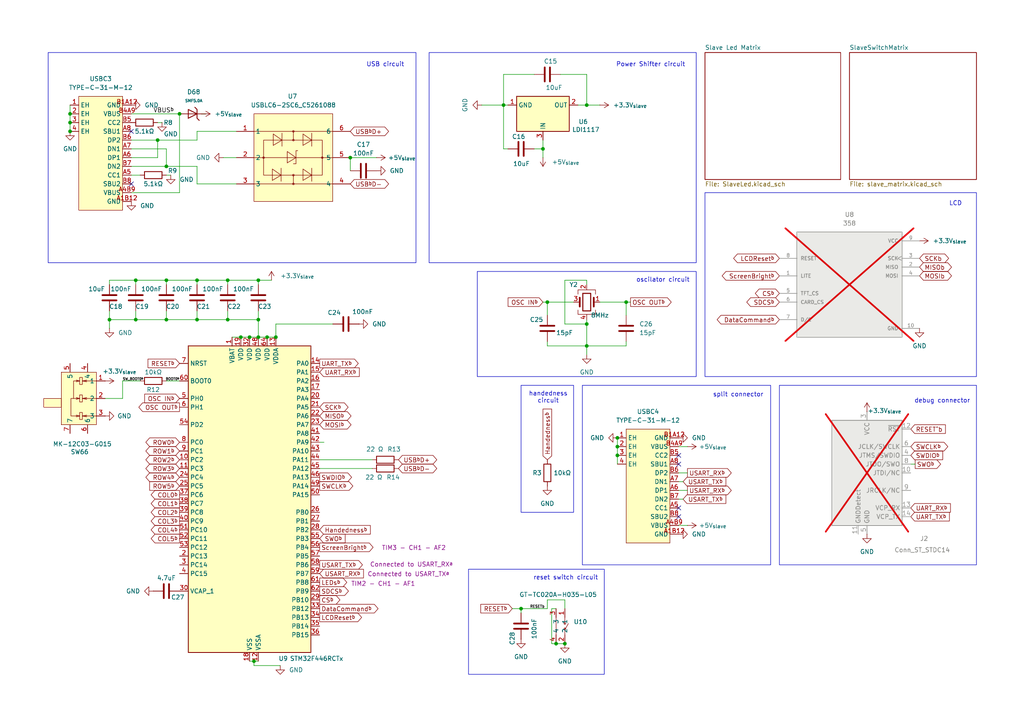
<source format=kicad_sch>
(kicad_sch (version 20250114) (generator "eeschema") (generator_version "9.0")
  (paper "A4")
  (lib_symbols
    (symbol "Connector:Conn_ST_STDC14"
      (property "Reference" "J" (at -8.89 16.51 0))
      (property "Value" "Conn_ST_STDC14" (at 17.78 16.51 0))
      (symbol "Conn_ST_STDC14_1_1"
        (pin no_connect line (at -10.16 5.08 0) (length 2.54) (hide yes) (name "NC") (number "1"))
        (pin no_connect line (at -10.16 2.54 0) (length 2.54) (hide yes) (name "NC") (number "2"))
        (pin passive line (at -2.54 -17.78 90) (length 2.54) (name "GNDDetect") (number "11"))
        (pin power_in line (at 0 17.78 270) (length 2.54) (name "VCC") (number "3"))
        (pin power_in line (at 0 -17.78 90) (length 2.54) (name "GND") (number "5"))
        (pin passive line (at 0 -17.78 90) (length 2.54) (hide yes) (name "GND") (number "7"))
        (pin open_collector line (at 12.7 12.7 180) (length 2.54) (name "~{RST}") (number "12"))
        (pin output line (at 12.7 7.62 180) (length 2.54) (name "JCLK/SWCLK") (number "6"))
        (pin bidirectional line (at 12.7 5.08 180) (length 2.54) (name "JTMS/SWDIO") (number "4"))
        (pin input line (at 12.7 2.54 180) (length 2.54) (name "JTDO/SWO") (number "8"))
        (pin output line (at 12.7 0 180) (length 2.54) (name "JTDI/NC") (number "10"))
        (pin input line (at 12.7 -5.08 180) (length 2.54) (name "JRCLK/NC") (number "9"))
        (pin output line (at 12.7 -10.16 180) (length 2.54) (name "VCP_RX") (number "13"))
        (pin input line (at 12.7 -12.7 180) (length 2.54) (name "VCP_TX") (number "14"))
      )
    )
    (symbol "Device:C" (pin_numbers (hide yes)) (pin_names (offset 0.254))
      (property "Reference" "C" (at 0.635 2.54 0))
      (property "Value" "C" (at 0.635 -2.54 0))
      (symbol "C_1_1"
        (pin passive line (at 0 3.81 270) (length 2.794) (name "~") (number "1"))
        (pin passive line (at 0 -3.81 90) (length 2.794) (name "~") (number "2"))
      )
    )
    (symbol "Device:Crystal_GND24" (pin_names (offset 1.016) (hide yes))
      (property "Reference" "Y" (at 3.175 5.08 0))
      (property "Value" "Crystal_GND24" (at 3.175 3.175 0))
      (symbol "Crystal_GND24_1_1"
        (pin passive line (at -3.81 0 0) (length 1.27) (name "1") (number "1"))
        (pin passive line (at 0 5.08 270) (length 1.27) (name "2") (number "2"))
        (pin passive line (at 0 -5.08 90) (length 1.27) (name "4") (number "4"))
        (pin passive line (at 3.81 0 180) (length 1.27) (name "3") (number "3"))
      )
    )
    (symbol "Device:R" (pin_numbers (hide yes)) (pin_names (offset 0))
      (property "Reference" "R" (at 2.032 0 90))
      (property "Value" "R" (at 0 0 90))
      (symbol "R_1_1"
        (pin passive line (at 0 3.81 270) (length 1.27) (name "~") (number "1"))
        (pin passive line (at 0 -3.81 90) (length 1.27) (name "~") (number "2"))
      )
    )
    (symbol "MCU_ST_STM32F4:STM32F446RCTx"
      (property "Reference" "U" (at -17.78 46.99 0))
      (property "Value" "STM32F446RCTx" (at 10.16 46.99 0))
      (symbol "STM32F446RCTx_1_1"
        (pin input line (at -20.32 40.64 0) (length 2.54) (name "NRST") (number "7"))
        (pin input line (at -20.32 35.56 0) (length 2.54) (name "BOOT0") (number "60"))
        (pin bidirectional line (at -20.32 30.48 0) (length 2.54) (name "PH0") (number "5"))
        (pin bidirectional line (at -20.32 27.94 0) (length 2.54) (name "PH1") (number "6"))
        (pin bidirectional line (at -20.32 22.86 0) (length 2.54) (name "PD2") (number "54"))
        (pin bidirectional line (at -20.32 17.78 0) (length 2.54) (name "PC0") (number "8"))
        (pin bidirectional line (at -20.32 15.24 0) (length 2.54) (name "PC1") (number "9"))
        (pin bidirectional line (at -20.32 12.7 0) (length 2.54) (name "PC2") (number "10"))
        (pin bidirectional line (at -20.32 10.16 0) (length 2.54) (name "PC3") (number "11"))
        (pin bidirectional line (at -20.32 7.62 0) (length 2.54) (name "PC4") (number "24"))
        (pin bidirectional line (at -20.32 5.08 0) (length 2.54) (name "PC5") (number "25"))
        (pin bidirectional line (at -20.32 2.54 0) (length 2.54) (name "PC6") (number "37"))
        (pin bidirectional line (at -20.32 0 0) (length 2.54) (name "PC7") (number "38"))
        (pin bidirectional line (at -20.32 -2.54 0) (length 2.54) (name "PC8") (number "39"))
        (pin bidirectional line (at -20.32 -5.08 0) (length 2.54) (name "PC9") (number "40"))
        (pin bidirectional line (at -20.32 -7.62 0) (length 2.54) (name "PC10") (number "51"))
        (pin bidirectional line (at -20.32 -10.16 0) (length 2.54) (name "PC11") (number "52"))
        (pin bidirectional line (at -20.32 -12.7 0) (length 2.54) (name "PC12") (number "53"))
        (pin bidirectional line (at -20.32 -15.24 0) (length 2.54) (name "PC13") (number "2"))
        (pin bidirectional line (at -20.32 -17.78 0) (length 2.54) (name "PC14") (number "3"))
        (pin bidirectional line (at -20.32 -20.32 0) (length 2.54) (name "PC15") (number "4"))
        (pin power_out line (at -20.32 -25.4 0) (length 2.54) (name "VCAP_1") (number "30"))
        (pin power_in line (at -5.08 48.26 270) (length 2.54) (name "VBAT") (number "1"))
        (pin power_in line (at -2.54 48.26 270) (length 2.54) (name "VDD") (number "19"))
        (pin power_in line (at 0 48.26 270) (length 2.54) (name "VDD") (number "32"))
        (pin power_in line (at 0 -45.72 90) (length 2.54) (name "VSS") (number "18"))
        (pin passive line (at 0 -45.72 90) (length 2.54) (hide yes) (name "VSS") (number "31"))
        (pin passive line (at 0 -45.72 90) (length 2.54) (hide yes) (name "VSS") (number "47"))
        (pin passive line (at 0 -45.72 90) (length 2.54) (hide yes) (name "VSS") (number "63"))
        (pin power_in line (at 2.54 48.26 270) (length 2.54) (name "VDD") (number "48"))
        (pin power_in line (at 2.54 -45.72 90) (length 2.54) (name "VSSA") (number "12"))
        (pin power_in line (at 5.08 48.26 270) (length 2.54) (name "VDD") (number "64"))
        (pin power_in line (at 7.62 48.26 270) (length 2.54) (name "VDDA") (number "13"))
        (pin bidirectional line (at 20.32 40.64 180) (length 2.54) (name "PA0") (number "14"))
        (pin bidirectional line (at 20.32 38.1 180) (length 2.54) (name "PA1") (number "15"))
        (pin bidirectional line (at 20.32 35.56 180) (length 2.54) (name "PA2") (number "16"))
        (pin bidirectional line (at 20.32 33.02 180) (length 2.54) (name "PA3") (number "17"))
        (pin bidirectional line (at 20.32 30.48 180) (length 2.54) (name "PA4") (number "20"))
        (pin bidirectional line (at 20.32 27.94 180) (length 2.54) (name "PA5") (number "21"))
        (pin bidirectional line (at 20.32 25.4 180) (length 2.54) (name "PA6") (number "22"))
        (pin bidirectional line (at 20.32 22.86 180) (length 2.54) (name "PA7") (number "23"))
        (pin bidirectional line (at 20.32 20.32 180) (length 2.54) (name "PA8") (number "41"))
        (pin bidirectional line (at 20.32 17.78 180) (length 2.54) (name "PA9") (number "42"))
        (pin bidirectional line (at 20.32 15.24 180) (length 2.54) (name "PA10") (number "43"))
        (pin bidirectional line (at 20.32 12.7 180) (length 2.54) (name "PA11") (number "44"))
        (pin bidirectional line (at 20.32 10.16 180) (length 2.54) (name "PA12") (number "45"))
        (pin bidirectional line (at 20.32 7.62 180) (length 2.54) (name "PA13") (number "46"))
        (pin bidirectional line (at 20.32 5.08 180) (length 2.54) (name "PA14") (number "49"))
        (pin bidirectional line (at 20.32 2.54 180) (length 2.54) (name "PA15") (number "50"))
        (pin bidirectional line (at 20.32 -2.54 180) (length 2.54) (name "PB0") (number "26"))
        (pin bidirectional line (at 20.32 -5.08 180) (length 2.54) (name "PB1") (number "27"))
        (pin bidirectional line (at 20.32 -7.62 180) (length 2.54) (name "PB2") (number "28"))
        (pin bidirectional line (at 20.32 -10.16 180) (length 2.54) (name "PB3") (number "55"))
        (pin bidirectional line (at 20.32 -12.7 180) (length 2.54) (name "PB4") (number "56"))
        (pin bidirectional line (at 20.32 -15.24 180) (length 2.54) (name "PB5") (number "57"))
        (pin bidirectional line (at 20.32 -17.78 180) (length 2.54) (name "PB6") (number "58"))
        (pin bidirectional line (at 20.32 -20.32 180) (length 2.54) (name "PB7") (number "59"))
        (pin bidirectional line (at 20.32 -22.86 180) (length 2.54) (name "PB8") (number "61"))
        (pin bidirectional line (at 20.32 -25.4 180) (length 2.54) (name "PB9") (number "62"))
        (pin bidirectional line (at 20.32 -27.94 180) (length 2.54) (name "PB10") (number "29"))
        (pin bidirectional line (at 20.32 -30.48 180) (length 2.54) (name "PB12") (number "33"))
        (pin bidirectional line (at 20.32 -33.02 180) (length 2.54) (name "PB13") (number "34"))
        (pin bidirectional line (at 20.32 -35.56 180) (length 2.54) (name "PB14") (number "35"))
        (pin bidirectional line (at 20.32 -38.1 180) (length 2.54) (name "PB15") (number "36"))
      )
    )
    (symbol "PCM_JLCPCB-Diodes:TVS-Uni,SMF5.0A" (pin_numbers (hide yes)) (pin_names (offset 0))
      (property "Reference" "D" (at 2.032 0.834 0))
      (property "Value" "SMF5.0A" (at 2.032 -1.2122 0))
      (symbol "TVS-Uni,SMF5.0A_1_1"
        (pin passive line (at 0 3.81 270) (length 3.81) (name "~") (number "2"))
        (pin passive line (at 0 -3.81 90) (length 3.81) (name "~") (number "1"))
      )
    )
    (symbol "Regulator_Linear:LT1963AxST-3.3"
      (property "Reference" "U2" (at 23.876 -7.62 0))
      (property "Value" "LDI1117" (at 14.478 -9.906 0))
      (symbol "LT1963AxST-3.3_1_1"
        (pin power_in line (at -10.16 2.54 0) (length 2.54) (name "GND") (number "1"))
        (pin power_in line (at 0 -7.62 90) (length 2.54) (name "IN") (number "3"))
        (pin power_out line (at 10.16 2.54 180) (length 2.54) (name "OUT") (number "2"))
      )
    )
    (symbol "easyeda2kicad:GT-TC020A-H035-L05"
      (property "Reference" "U" (at 0 5.08 0))
      (property "Value" "GT-TC020A-H035-L05" (at 0 -7.62 0))
      (symbol "GT-TC020A-H035-L05_0_1"
        (pin unspecified line (at -5.08 0 0) (length 2.54) (name "1") (number "1"))
        (pin unspecified line (at -5.08 -2.54 0) (length 2.54) (name "3") (number "3"))
        (pin unspecified line (at 5.08 0 180) (length 2.54) (name "2") (number "2"))
        (pin unspecified line (at 5.08 -2.54 180) (length 2.54) (name "4") (number "4"))
      )
    )
    (symbol "easyeda2kicad:MK-12C03-G015"
      (property "Reference" "SW" (at 0 12.7 0))
      (property "Value" "MK-12C03-G015" (at 0 -7.62 0))
      (symbol "MK-12C03-G015_0_1"
        (pin unspecified line (at -10.16 2.54 0) (length 2.54) (name "4") (number "4"))
        (pin unspecified line (at -10.16 -2.54 0) (length 2.54) (name "5") (number "5"))
        (pin unspecified line (at -5.08 7.62 270) (length 2.54) (name "1") (number "1"))
        (pin unspecified line (at 0 7.62 270) (length 2.54) (name "2") (number "2"))
        (pin unspecified line (at 5.08 7.62 270) (length 2.54) (name "3") (number "3"))
        (pin unspecified line (at 10.16 2.54 180) (length 2.54) (name "6") (number "6"))
        (pin unspecified line (at 10.16 -2.54 180) (length 2.54) (name "7") (number "7"))
      )
    )
    (symbol "easyeda2kicad:TYPE-C-31-M-12"
      (property "Reference" "USBC" (at 0 19.05 0))
      (property "Value" "TYPE-C-31-M-12" (at 0 -19.05 0))
      (symbol "TYPE-C-31-M-12_0_1"
        (pin unspecified line (at -8.89 13.97 0) (length 2.54) (name "GND") (number "A1B12"))
        (pin unspecified line (at -8.89 11.43 0) (length 2.54) (name "VBUS") (number "A4B9"))
        (pin unspecified line (at -8.89 8.89 0) (length 2.54) (name "SBU2") (number "B8"))
        (pin unspecified line (at -8.89 6.35 0) (length 2.54) (name "CC1") (number "A5"))
        (pin unspecified line (at -8.89 3.81 0) (length 2.54) (name "DN2") (number "B7"))
        (pin unspecified line (at -8.89 1.27 0) (length 2.54) (name "DP1") (number "A6"))
        (pin unspecified line (at -8.89 -1.27 0) (length 2.54) (name "DN1") (number "A7"))
        (pin unspecified line (at -8.89 -3.81 0) (length 2.54) (name "DP2") (number "B6"))
        (pin unspecified line (at -8.89 -6.35 0) (length 2.54) (name "SBU1") (number "A8"))
        (pin unspecified line (at -8.89 -8.89 0) (length 2.54) (name "CC2") (number "B5"))
        (pin unspecified line (at -8.89 -11.43 0) (length 2.54) (name "VBUS") (number "B4A9"))
        (pin unspecified line (at -8.89 -13.97 0) (length 2.54) (name "GND") (number "B1A12"))
        (pin unspecified line (at 8.89 -6.35 180) (length 2.54) (name "EH") (number "4"))
        (pin unspecified line (at 8.89 -8.89 180) (length 2.54) (name "EH") (number "3"))
        (pin unspecified line (at 8.89 -11.43 180) (length 2.54) (name "EH") (number "2"))
        (pin unspecified line (at 8.89 -13.97 180) (length 2.54) (name "EH") (number "1"))
      )
    )
    (symbol "easyeda2kicad:USBLC6-2SC6_C5261088"
      (property "Reference" "U" (at 0 12.7 0))
      (property "Value" "USBLC6-2SC6_C5261088" (at 0 -12.7 0))
      (symbol "USBLC6-2SC6_C5261088_0_1"
        (pin input line (at -16.51 7.62 0) (length 5.08) (name "1") (number "1"))
        (pin input line (at -16.51 0 0) (length 5.08) (name "2") (number "2"))
        (pin input line (at -16.51 -7.62 0) (length 5.08) (name "3") (number "3"))
        (pin input line (at 16.51 7.62 180) (length 5.08) (name "6") (number "6"))
        (pin input line (at 16.51 0 180) (length 5.08) (name "5") (number "5"))
        (pin input line (at 16.51 -7.62 180) (length 5.08) (name "4") (number "4"))
      )
    )
    (symbol "led:358" (pin_names (offset 1.016))
      (property "Reference" "U" (at -15.24 16.002 0))
      (property "Value" "358" (at -15.24 -17.78 0))
      (symbol "358_0_0"
        (pin input line (at -20.32 7.62 0) (length 5.08) (name "RESET") (number "8"))
        (pin input line (at -20.32 2.54 0) (length 5.08) (name "LITE") (number "1"))
        (pin input line (at -20.32 -2.54 0) (length 5.08) (name "TFT_CS") (number "5"))
        (pin input line (at -20.32 -5.08 0) (length 5.08) (name "CARD_CS") (number "6"))
        (pin input line (at -20.32 -10.16 0) (length 5.08) (name "D/C") (number "7"))
        (pin power_in line (at 20.32 12.7 180) (length 5.08) (name "VCC") (number "9"))
        (pin input clock (at 20.32 7.62 180) (length 5.08) (name "SCK") (number "3"))
        (pin output line (at 20.32 5.08 180) (length 5.08) (name "MISO") (number "2"))
        (pin input line (at 20.32 2.54 180) (length 5.08) (name "MOSI") (number "4"))
        (pin power_in line (at 20.32 -12.7 180) (length 5.08) (name "GND") (number "10"))
      )
    )
    (symbol "power:+3.3V" (power) (pin_numbers (hide yes)) (pin_names (offset 0) (hide yes))
      (property "Value" "+3.3V" (at 0 3.556 0))
      (symbol "+3.3V_1_1"
        (pin power_in line (at 0 0 90) (length 0) (name "~") (number "1"))
      )
    )
    (symbol "power:+5V" (power) (pin_numbers (hide yes)) (pin_names (offset 0) (hide yes))
      (property "Value" "+5V" (at 0 3.556 0))
      (symbol "+5V_1_1"
        (pin power_in line (at 0 0 90) (length 0) (name "~") (number "1"))
      )
    )
    (symbol "power:GND" (power) (pin_numbers (hide yes)) (pin_names (offset 0) (hide yes))
      (property "Value" "GND" (at 0 -3.81 0))
      (symbol "GND_1_1"
        (pin power_in line (at 0 0 270) (length 0) (name "~") (number "1"))
      )
    )
  )
  (rectangle (start 204.47 55.88) (end 283.21 109.22))
  (rectangle (start 124.46 15.24) (end 201.93 76.2))
  (rectangle (start 168.91 111.76) (end 223.52 163.83))
  (rectangle (start 151.13 111.76) (end 166.37 148.59))
  (rectangle (start 138.43 78.74) (end 201.93 109.22))
  (rectangle (start 226.06 111.76) (end 283.21 163.83))
  (rectangle (start 135.89 165.1) (end 175.26 195.58))
  (rectangle (start 13.97 15.24) (end 120.65 76.2))
  (text "reset switch circuit" (at 164.084 167.64 0) (effects (font (size 1.27 1.27))))
  (text "split connector" (at 214.122 114.554 0) (effects (font (size 1.27 1.27))))
  (text "debug connector" (at 273.304 116.332 0) (effects (font (size 1.27 1.27))))
  (text "Power Shifter circuit" (at 188.722 18.796 0) (effects (font (size 1.27 1.27))))
  (text "handedness\ncircuit" (at 159.004 115.316 0) (effects (font (size 1.27 1.27))))
  (text "oscilator circuit" (at 192.278 81.28 0) (effects (font (size 1.27 1.27))))
  (text "USB circuit\n" (at 111.76 18.796 0) (effects (font (size 1.27 1.27))))
  (text_box "LCD" (at 274.32 57.15 0) (size 6.35 3.81) (margins 0.9525 0.9525 0.9525 0.9525) (stroke (width -0.0001)) (effects (font (size 1.27 1.27)) (justify left top)))
  (junction (at 161.29 186.69))
  (junction (at 179.07 132.08))
  (junction (at 52.07 33.02))
  (junction (at 48.26 81.28))
  (junction (at 66.04 92.71))
  (junction (at 57.15 81.28))
  (junction (at 101.6 45.72))
  (junction (at 57.15 92.71))
  (junction (at 20.32 38.1))
  (junction (at 20.32 35.56))
  (junction (at 69.85 97.79))
  (junction (at 157.48 43.18))
  (junction (at 170.18 100.33))
  (junction (at 80.01 97.79))
  (junction (at 72.39 97.79))
  (junction (at 48.26 48.26))
  (junction (at 74.93 92.71))
  (junction (at 74.93 97.79))
  (junction (at 170.18 93.98))
  (junction (at 179.07 129.54))
  (junction (at 77.47 97.79))
  (junction (at 39.37 81.28))
  (junction (at 146.05 30.48))
  (junction (at 66.04 81.28))
  (junction (at 31.75 92.71))
  (junction (at 163.83 186.69))
  (junction (at 181.61 87.63))
  (junction (at 158.75 87.63))
  (junction (at 45.72 40.64))
  (junction (at 48.26 92.71))
  (junction (at 73.66 191.77))
  (junction (at 20.32 33.02))
  (junction (at 74.93 81.28))
  (junction (at 39.37 92.71))
  (junction (at 151.13 176.53))
  (junction (at 170.18 30.48))
  (junction (at 179.07 127))
  (no_connect (at 38.1 53.34))
  (no_connect (at 196.85 149.86))
  (no_connect (at 38.1 38.1))
  (no_connect (at 196.85 134.62))
  (no_connect (at 196.85 132.08))
  (no_connect (at 196.85 147.32))
  (wire (pts (xy 31.75 92.71) (xy 31.75 90.17)))
  (wire (pts (xy 93.98 128.27) (xy 92.71 128.27)))
  (wire (pts (xy 38.1 55.88) (xy 52.07 55.88)))
  (wire (pts (xy 35.56 110.49) (xy 35.56 115.57)))
  (wire (pts (xy 31.75 82.55) (xy 31.75 81.28)))
  (wire (pts (xy 35.56 110.49) (xy 40.64 110.49)))
  (wire (pts (xy 148.59 176.53) (xy 151.13 176.53)))
  (wire (pts (xy 74.93 81.28) (xy 78.74 81.28)))
  (wire (pts (xy 101.6 45.72) (xy 109.22 45.72)))
  (wire (pts (xy 157.48 45.72) (xy 157.48 43.18)))
  (wire (pts (xy 57.15 38.1) (xy 68.58 38.1)))
  (wire (pts (xy 20.32 30.48) (xy 20.32 33.02)))
  (wire (pts (xy 146.05 43.18) (xy 147.32 43.18)))
  (wire (pts (xy 68.58 45.72) (xy 64.77 45.72)))
  (wire (pts (xy 163.83 93.98) (xy 170.18 93.98)))
  (wire (pts (xy 38.1 48.26) (xy 48.26 48.26)))
  (wire (pts (xy 31.75 92.71) (xy 31.75 95.25)))
  (wire (pts (xy 45.72 40.64) (xy 57.15 40.64)))
  (wire (pts (xy 167.64 30.48) (xy 170.18 30.48)))
  (wire (pts (xy 179.07 129.54) (xy 179.07 132.08)))
  (wire (pts (xy 73.66 193.04) (xy 81.28 193.04)))
  (wire (pts (xy 151.13 176.53) (xy 158.75 176.53)))
  (wire (pts (xy 158.75 100.33) (xy 158.75 99.06)))
  (wire (pts (xy 38.1 45.72) (xy 45.72 45.72)))
  (wire (pts (xy 57.15 82.55) (xy 57.15 81.28)))
  (wire (pts (xy 67.31 97.79) (xy 69.85 97.79)))
  (wire (pts (xy 265.43 134.62) (xy 264.16 134.62)))
  (wire (pts (xy 69.85 97.79) (xy 72.39 97.79)))
  (wire (pts (xy 39.37 81.28) (xy 31.75 81.28)))
  (wire (pts (xy 107.95 133.35) (xy 92.71 133.35)))
  (wire (pts (xy 170.18 100.33) (xy 181.61 100.33)))
  (wire (pts (xy 73.66 191.77) (xy 73.66 193.04)))
  (wire (pts (xy 170.18 102.87) (xy 170.18 100.33)))
  (wire (pts (xy 198.12 139.7) (xy 196.85 139.7)))
  (wire (pts (xy 161.29 176.53) (xy 160.02 176.53)))
  (wire (pts (xy 146.05 21.59) (xy 146.05 30.48)))
  (wire (pts (xy 57.15 90.17) (xy 57.15 92.71)))
  (wire (pts (xy 52.07 110.49) (xy 48.26 110.49)))
  (wire (pts (xy 20.32 33.02) (xy 20.32 35.56)))
  (wire (pts (xy 154.94 21.59) (xy 146.05 21.59)))
  (wire (pts (xy 160.02 186.69) (xy 161.29 186.69)))
  (wire (pts (xy 45.72 40.64) (xy 38.1 40.64)))
  (wire (pts (xy 158.75 87.63) (xy 158.75 91.44)))
  (wire (pts (xy 157.48 43.18) (xy 157.48 40.64)))
  (wire (pts (xy 170.18 30.48) (xy 170.18 21.59)))
  (wire (pts (xy 48.26 48.26) (xy 57.15 48.26)))
  (wire (pts (xy 170.18 81.28) (xy 170.18 82.55)))
  (wire (pts (xy 199.39 129.54) (xy 196.85 129.54)))
  (wire (pts (xy 74.93 90.17) (xy 74.93 92.71)))
  (wire (pts (xy 199.39 142.24) (xy 196.85 142.24)))
  (wire (pts (xy 170.18 21.59) (xy 162.56 21.59)))
  (wire (pts (xy 80.01 93.98) (xy 96.52 93.98)))
  (wire (pts (xy 66.04 90.17) (xy 66.04 92.71)))
  (wire (pts (xy 74.93 81.28) (xy 74.93 82.55)))
  (wire (pts (xy 38.1 33.02) (xy 52.07 33.02)))
  (wire (pts (xy 182.88 87.63) (xy 181.61 87.63)))
  (wire (pts (xy 20.32 35.56) (xy 20.32 38.1)))
  (wire (pts (xy 170.18 93.98) (xy 170.18 100.33)))
  (wire (pts (xy 48.26 50.8) (xy 49.53 50.8)))
  (wire (pts (xy 163.83 173.99) (xy 163.83 176.53)))
  (wire (pts (xy 179.07 127) (xy 179.07 129.54)))
  (wire (pts (xy 199.39 137.16) (xy 196.85 137.16)))
  (wire (pts (xy 173.99 87.63) (xy 181.61 87.63)))
  (wire (pts (xy 48.26 90.17) (xy 48.26 92.71)))
  (wire (pts (xy 66.04 81.28) (xy 57.15 81.28)))
  (wire (pts (xy 199.39 152.4) (xy 196.85 152.4)))
  (wire (pts (xy 57.15 92.71) (xy 66.04 92.71)))
  (wire (pts (xy 158.75 87.63) (xy 166.37 87.63)))
  (wire (pts (xy 198.12 144.78) (xy 196.85 144.78)))
  (wire (pts (xy 48.26 81.28) (xy 39.37 81.28)))
  (wire (pts (xy 170.18 93.98) (xy 170.18 92.71)))
  (wire (pts (xy 74.93 97.79) (xy 77.47 97.79)))
  (wire (pts (xy 38.1 50.8) (xy 40.64 50.8)))
  (wire (pts (xy 57.15 40.64) (xy 57.15 38.1)))
  (wire (pts (xy 80.01 97.79) (xy 80.01 93.98)))
  (wire (pts (xy 66.04 92.71) (xy 74.93 92.71)))
  (wire (pts (xy 57.15 48.26) (xy 57.15 53.34)))
  (wire (pts (xy 73.66 191.77) (xy 74.93 191.77)))
  (wire (pts (xy 39.37 92.71) (xy 39.37 90.17)))
  (wire (pts (xy 59.69 33.02) (xy 58.42 33.02)))
  (wire (pts (xy 181.61 87.63) (xy 181.61 91.44)))
  (wire (pts (xy 48.26 43.18) (xy 48.26 48.26)))
  (wire (pts (xy 45.72 35.56) (xy 46.99 35.56)))
  (wire (pts (xy 146.05 30.48) (xy 147.32 30.48)))
  (wire (pts (xy 179.07 132.08) (xy 179.07 134.62)))
  (wire (pts (xy 157.48 87.63) (xy 158.75 87.63)))
  (wire (pts (xy 77.47 97.79) (xy 80.01 97.79)))
  (wire (pts (xy 161.29 186.69) (xy 163.83 186.69)))
  (wire (pts (xy 31.75 92.71) (xy 39.37 92.71)))
  (wire (pts (xy 39.37 92.71) (xy 48.26 92.71)))
  (wire (pts (xy 151.13 177.8) (xy 151.13 176.53)))
  (wire (pts (xy 158.75 176.53) (xy 158.75 173.99)))
  (wire (pts (xy 163.83 81.28) (xy 170.18 81.28)))
  (wire (pts (xy 73.66 191.77) (xy 72.39 191.77)))
  (wire (pts (xy 158.75 173.99) (xy 163.83 173.99)))
  (wire (pts (xy 139.7 30.48) (xy 146.05 30.48)))
  (wire (pts (xy 146.05 30.48) (xy 146.05 43.18)))
  (wire (pts (xy 30.48 115.57) (xy 35.56 115.57)))
  (wire (pts (xy 52.07 55.88) (xy 52.07 33.02)))
  (wire (pts (xy 48.26 82.55) (xy 48.26 81.28)))
  (wire (pts (xy 163.83 81.28) (xy 163.83 93.98)))
  (wire (pts (xy 181.61 100.33) (xy 181.61 99.06)))
  (wire (pts (xy 72.39 97.79) (xy 74.93 97.79)))
  (wire (pts (xy 39.37 82.55) (xy 39.37 81.28)))
  (wire (pts (xy 154.94 43.18) (xy 157.48 43.18)))
  (wire (pts (xy 48.26 43.18) (xy 38.1 43.18)))
  (wire (pts (xy 160.02 176.53) (xy 160.02 186.69)))
  (wire (pts (xy 74.93 92.71) (xy 74.93 97.79)))
  (wire (pts (xy 66.04 81.28) (xy 74.93 81.28)))
  (wire (pts (xy 57.15 53.34) (xy 68.58 53.34)))
  (wire (pts (xy 66.04 82.55) (xy 66.04 81.28)))
  (wire (pts (xy 57.15 81.28) (xy 48.26 81.28)))
  (wire (pts (xy 170.18 30.48) (xy 173.99 30.48)))
  (wire (pts (xy 48.26 92.71) (xy 57.15 92.71)))
  (wire (pts (xy 158.75 100.33) (xy 170.18 100.33)))
  (wire (pts (xy 92.71 135.89) (xy 107.95 135.89)))
  (wire (pts (xy 101.6 49.53) (xy 101.6 45.72)))
  (wire (pts (xy 45.72 45.72) (xy 45.72 40.64)))
  (label "VBUS^{b}" (at 44.45 33.02 0))
  (label "RESETb" (at 153.67 176.53 0) (effects (font (size 0.762 0.762))))
  (label "BOOT0^{b}" (at 52.07 110.49 180) (effects (font (size 0.7 0.7))))
  (label "SW_BOOT0^{b}" (at 35.56 110.49 0) (effects (font (size 0.7 0.7))))
  (global_label "SDCS^{b}" (shape bidirectional) (at 226.06 87.63 180) (property "Intersheetrefs" "${INTERSHEET_REFS}" (effects (hide yes))))
  (global_label "USART_TX^{b}" (shape input) (at 198.12 139.7 0) (property "Intersheetrefs" "${INTERSHEET_REFS}" (effects (hide yes))))
  (global_label "COL1^{b}" (shape output) (at 52.07 146.05 180) (property "Intersheetrefs" "${INTERSHEET_REFS}" (effects (hide yes))))
  (global_label "CS^{b}" (shape bidirectional) (at 226.06 85.09 180) (property "Intersheetrefs" "${INTERSHEET_REFS}" (effects (hide yes))))
  (global_label "SWO^{b}" (shape output) (at 265.43 134.62 0) (property "Intersheetrefs" "${INTERSHEET_REFS}" (effects (hide yes))))
  (global_label "USB^{b}D-" (shape bidirectional) (at 115.57 135.89 0) (property "Intersheetrefs" "${INTERSHEET_REFS}" (effects (hide yes))))
  (global_label "COL5^{b}" (shape output) (at 52.07 156.21 180) (property "Intersheetrefs" "${INTERSHEET_REFS}" (effects (hide yes))))
  (global_label "COL0^{b}" (shape output) (at 52.07 143.51 180) (property "Intersheetrefs" "${INTERSHEET_REFS}" (effects (hide yes))))
  (global_label "RESET^{b}" (shape input) (at 148.59 176.53 180) (property "Intersheetrefs" "${INTERSHEET_REFS}" (effects (hide yes))))
  (global_label "SWDIO^{b}" (shape output) (at 92.71 138.43 0) (property "Intersheetrefs" "${INTERSHEET_REFS}" (effects (hide yes))))
  (global_label "USART_RX^{b}" (shape output) (at 199.39 142.24 0) (property "Intersheetrefs" "${INTERSHEET_REFS}" (effects (hide yes))))
  (global_label "OSC IN^{b}" (shape input) (at 52.07 115.57 180) (property "Intersheetrefs" "${INTERSHEET_REFS}" (effects (hide yes))))
  (global_label "LCDReset^{b}" (shape bidirectional) (at 226.06 74.93 180) (property "Intersheetrefs" "${INTERSHEET_REFS}" (effects (hide yes))))
  (global_label "OSC OUT^{b}" (shape output) (at 52.07 118.11 180) (property "Intersheetrefs" "${INTERSHEET_REFS}" (effects (hide yes))))
  (global_label "DataCommand^{b}" (shape bidirectional) (at 226.06 92.71 180) (property "Intersheetrefs" "${INTERSHEET_REFS}" (effects (hide yes))))
  (global_label "DataCommand^{b}" (shape output) (at 92.71 176.53 0) (property "Intersheetrefs" "${INTERSHEET_REFS}" (effects (hide yes))))
  (global_label "CS^{b}" (shape output) (at 92.71 173.99 0) (property "Intersheetrefs" "${INTERSHEET_REFS}" (effects (hide yes))))
  (global_label "ROW0^{b}" (shape bidirectional) (at 52.07 128.27 180) (property "Intersheetrefs" "${INTERSHEET_REFS}" (effects (hide yes))))
  (global_label "UART_RX^{b}" (shape input) (at 264.16 147.32 0) (property "Intersheetrefs" "${INTERSHEET_REFS}" (effects (hide yes))))
  (global_label "RESET^{b}" (shape input) (at 52.07 105.41 180) (property "Intersheetrefs" "${INTERSHEET_REFS}" (effects (hide yes))))
  (global_label "ScreenBright^{b}" (shape output) (at 92.71 158.75 0) (property "Intersheetrefs" "${INTERSHEET_REFS}" (effects (hide yes))) (property "info" "TIM3 - CH1 - AF2" (at 110.236 158.75 0) (effects (justify left))))
  (global_label "OSC OUT^{b}" (shape output) (at 182.88 87.63 0) (property "Intersheetrefs" "${INTERSHEET_REFS}" (effects (hide yes))))
  (global_label "SWDIO^{b}" (shape input) (at 264.16 132.08 0) (property "Intersheetrefs" "${INTERSHEET_REFS}" (effects (hide yes))))
  (global_label "ROW4^{b}" (shape bidirectional) (at 52.07 138.43 180) (property "Intersheetrefs" "${INTERSHEET_REFS}" (effects (hide yes))))
  (global_label "USART_RX^{b}" (shape output) (at 199.39 137.16 0) (property "Intersheetrefs" "${INTERSHEET_REFS}" (effects (hide yes))))
  (global_label "COL4^{b}" (shape output) (at 52.07 153.67 180) (property "Intersheetrefs" "${INTERSHEET_REFS}" (effects (hide yes))))
  (global_label "USB^{b}D+" (shape bidirectional) (at 101.6 38.1 0) (property "Intersheetrefs" "${INTERSHEET_REFS}" (effects (hide yes))))
  (global_label "SWCLK^{b}" (shape bidirectional) (at 264.16 129.54 0) (property "Intersheetrefs" "${INTERSHEET_REFS}" (effects (hide yes))))
  (global_label "OSC IN^{b}" (shape input) (at 157.48 87.63 180) (property "Intersheetrefs" "${INTERSHEET_REFS}" (effects (hide yes))))
  (global_label "SWO^{b}" (shape input) (at 92.71 156.21 0) (property "Intersheetrefs" "${INTERSHEET_REFS}" (effects (hide yes))))
  (global_label "SWCLK^{b}" (shape output) (at 92.71 140.97 0) (property "Intersheetrefs" "${INTERSHEET_REFS}" (effects (hide yes))))
  (global_label "Handedness^{b}" (shape input) (at 158.75 133.35 90) (property "Intersheetrefs" "${INTERSHEET_REFS}" (effects (hide yes))))
  (global_label "USART_RX^{b}" (shape input) (at 92.71 166.37 0) (property "Intersheetrefs" "${INTERSHEET_REFS}" (effects (hide yes))) (property "INFO" "Connected to USART_TX^{a}" (at 105.156 166.37 0) (effects (justify left))))
  (global_label "USART_TX^{b}" (shape input) (at 198.12 144.78 0) (property "Intersheetrefs" "${INTERSHEET_REFS}" (effects (hide yes))))
  (global_label "USART_TX^{b}" (shape output) (at 92.71 163.83 0) (property "Intersheetrefs" "${INTERSHEET_REFS}" (effects (hide yes))) (property "INFO" "USART1" (effects (hide yes))) (property "INFO 2 " "Connected to USART_RX^{a}" (at 118.872 163.576 0)))
  (global_label "ROW3^{b}" (shape bidirectional) (at 52.07 135.89 180) (property "Intersheetrefs" "${INTERSHEET_REFS}" (effects (hide yes))))
  (global_label "MOSI^{b}" (shape bidirectional) (at 92.71 123.19 0) (property "Intersheetrefs" "${INTERSHEET_REFS}" (effects (hide yes))))
  (global_label "Handedness^{b}" (shape input) (at 92.71 153.67 0) (property "Intersheetrefs" "${INTERSHEET_REFS}" (effects (hide yes))))
  (global_label "USB^{b}D+" (shape bidirectional) (at 115.57 133.35 0) (property "Intersheetrefs" "${INTERSHEET_REFS}" (effects (hide yes))))
  (global_label "UART_RX^{b}" (shape input) (at 92.71 107.95 0) (property "Intersheetrefs" "${INTERSHEET_REFS}" (effects (hide yes))))
  (global_label "MISO^{b}" (shape bidirectional) (at 92.71 120.65 0) (property "Intersheetrefs" "${INTERSHEET_REFS}" (effects (hide yes))))
  (global_label "ROW1^{b}" (shape bidirectional) (at 52.07 130.81 180) (property "Intersheetrefs" "${INTERSHEET_REFS}" (effects (hide yes))))
  (global_label "UART_TX^{b}" (shape input) (at 264.16 149.86 0) (property "Intersheetrefs" "${INTERSHEET_REFS}" (effects (hide yes))))
  (global_label "ScreenBright^{b}" (shape bidirectional) (at 226.06 80.01 180) (property "Intersheetrefs" "${INTERSHEET_REFS}" (effects (hide yes))))
  (global_label "ROW5^{b}" (shape input) (at 52.07 140.97 180) (property "Intersheetrefs" "${INTERSHEET_REFS}" (effects (hide yes))))
  (global_label "RESET^b" (shape input) (at 264.16 124.46 0) (property "Intersheetrefs" "${INTERSHEET_REFS}" (effects (hide yes))))
  (global_label "SCK^{b}" (shape bidirectional) (at 92.71 118.11 0) (property "Intersheetrefs" "${INTERSHEET_REFS}" (effects (hide yes))))
  (global_label "ROW2^{b}" (shape bidirectional) (at 52.07 133.35 180) (property "Intersheetrefs" "${INTERSHEET_REFS}" (effects (hide yes))))
  (global_label "UART_TX^{b}" (shape output) (at 92.71 105.41 0) (property "Intersheetrefs" "${INTERSHEET_REFS}" (effects (hide yes))) (property "info" "UART4" (effects (hide yes))))
  (global_label "MISOb" (shape bidirectional) (at 266.7 77.47 0) (property "Intersheetrefs" "${INTERSHEET_REFS}" (effects (hide yes))))
  (global_label "SDCS^{b}" (shape output) (at 92.71 171.45 0) (property "Intersheetrefs" "${INTERSHEET_REFS}" (effects (hide yes))))
  (global_label "COL3^{b}" (shape output) (at 52.07 151.13 180) (property "Intersheetrefs" "${INTERSHEET_REFS}" (effects (hide yes))))
  (global_label "USB^{b}D-" (shape bidirectional) (at 101.6 53.34 0) (property "Intersheetrefs" "${INTERSHEET_REFS}" (effects (hide yes))))
  (global_label "MOSIb" (shape bidirectional) (at 266.7 80.01 0) (property "Intersheetrefs" "${INTERSHEET_REFS}" (effects (hide yes))))
  (global_label "LCDReset^{b}" (shape output) (at 92.71 179.07 0) (property "Intersheetrefs" "${INTERSHEET_REFS}" (effects (hide yes))))
  (global_label "COL2^{b}" (shape output) (at 52.07 148.59 180) (property "Intersheetrefs" "${INTERSHEET_REFS}" (effects (hide yes))))
  (global_label "SCKb" (shape bidirectional) (at 266.7 74.93 0) (property "Intersheetrefs" "${INTERSHEET_REFS}" (effects (hide yes))))
  (global_label "LEDs^{b}" (shape output) (at 92.71 168.91 0) (property "Intersheetrefs" "${INTERSHEET_REFS}" (effects (hide yes))) (property "INFO" "TIM2 - CH1 - AF1" (at 101.346 169.164 0) (effects (justify left))))
  (symbol (lib_id "power:GND") (at 266.7 95.25 0) (unit 1)
    (property "Reference" "#PWR054" (effects (hide yes)))
    (property "Value" "GND" (at 266.7 100.33 0))
    (property "Description" "Power symbol creates a global label with name \"GND\" , ground" (effects (hide yes)))
  )
  (symbol (lib_id "power:GND") (at 251.46 154.94 0) (unit 1)
    (property "Reference" "#PWR063" (effects (hide yes)))
    (property "Value" "GND" (at 251.46 160.02 0))
    (property "Description" "Power symbol creates a global label with name \"GND\" , ground" (effects (hide yes)))
  )
  (symbol (lib_id "power:GND") (at 179.07 127 270) (unit 1)
    (property "Reference" "#PWR060" (effects (hide yes)))
    (property "Value" "GND" (at 175.26 126.9999 90) (effects (justify right)))
    (property "Description" "Power symbol creates a global label with name \"GND\" , ground" (effects (hide yes)))
  )
  (symbol (lib_id "power:GND") (at 38.1 30.48 90) (unit 1)
    (property "Reference" "#PWR036" (effects (hide yes)))
    (property "Value" "GND" (at 41.91 30.4799 90) (effects (justify right)))
    (property "Description" "Power symbol creates a global label with name \"GND\" , ground" (effects (hide yes)))
  )
  (symbol (lib_id "Device:C") (at 151.13 43.18 90) (unit 1)
    (property "Reference" "C16" (at 152.4 39.624 90) (effects (justify left)))
    (property "Value" "10uF" (at 153.67 47.498 90) (effects (justify left)))
    (property "Footprint" "Capacitor_SMD:C_1206_3216Metric" (effects (hide yes)))
    (property "Description" "Unpolarized capacitor" (effects (hide yes)))
    (property "LCSC" "C13585" (effects (hide yes)))
    (property "LCSC Part" "C13585" (effects (hide yes)))
  )
  (symbol (lib_id "power:GND") (at 196.85 154.94 90) (unit 1)
    (property "Reference" "#PWR062" (effects (hide yes)))
    (property "Value" "GND" (at 200.66 154.9399 90) (effects (justify right)))
    (property "Description" "Power symbol creates a global label with name \"GND\" , ground" (effects (hide yes)))
  )
  (symbol (lib_id "Device:R") (at 111.76 133.35 90) (unit 1)
    (property "Reference" "R13" (at 114.3 130.302 90))
    (property "Value" "22 Ω" (at 108.712 130.302 90))
    (property "Footprint" "Resistor_SMD:R_0402_1005Metric" (effects (hide yes)))
    (property "Description" "Resistor" (effects (hide yes)))
    (property "LCSC" "C2906914" (effects (hide yes)))
  )
  (symbol (lib_id "Device:R") (at 158.75 137.16 0) (unit 1)
    (property "Reference" "R3" (at 154.432 137.16 0) (effects (justify left)))
    (property "Value" "10kΩ" (at 160.528 137.16 0) (effects (justify left)))
    (property "Footprint" "Resistor_SMD:R_0805_2012Metric" (effects (hide yes)))
    (property "Description" "Resistor" (effects (hide yes)))
  )
  (symbol (lib_id "Connector:Conn_ST_STDC14") (at 251.46 137.16 0) (unit 1) (dnp yes)
    (property "Reference" "J2" (at 269.24 156.21 0) (effects (justify right)))
    (property "Value" "Conn_ST_STDC14" (at 275.59 159.512 0) (effects (justify right)))
    (property "Footprint" "Connector_PinHeader_1.27mm:PinHeader_2x07_P1.27mm_Horizontal" (effects (hide yes)))
    (property "Datasheet" "https://www.st.com/content/ccc/resource/technical/document/user_manual/group1/99/49/91/b6/b2/3a/46/e5/DM00526767/files/DM00526767.pdf/jcr:content/translations/en.DM00526767.pdf" (effects (hide yes)))
    (property "Description" "ST Debug Connector, standard ARM Cortex-M SWD and JTAG interface plus UART" (effects (hide yes)))
  )
  (symbol (lib_id "power:+3.3V") (at 266.7 69.85 270) (unit 1)
    (property "Reference" "#PWR051" (effects (hide yes)))
    (property "Value" "+3.3V_{slave}" (at 270.51 69.8499 90) (effects (justify left)))
    (property "Description" "Power symbol creates a global label with name \"+3.3V\"" (effects (hide yes)))
  )
  (symbol (lib_id "power:+3.3V") (at 173.99 30.48 270) (unit 1)
    (property "Reference" "#PWR038" (effects (hide yes)))
    (property "Value" "+3.3V_{slave}" (at 177.8 30.4799 90) (effects (justify left)))
    (property "Description" "Power symbol creates a global label with name \"+3.3V\"" (effects (hide yes)))
  )
  (symbol (lib_id "easyeda2kicad:TYPE-C-31-M-12") (at 29.21 44.45 180) (unit 1)
    (property "Reference" "USBC3" (at 29.21 22.86 0))
    (property "Value" "TYPE-C-31-M-12" (at 29.21 25.4 0))
    (property "Footprint" "easyeda2kicad:USB-C_SMD-TYPE-C-31-M-12_1" (effects (hide yes)))
    (property "Datasheet" "https://lcsc.com/product-detail/USB-Type-C_Korean-Hroparts-Elec-TYPE-C-31-M-12_C165948.html" (effects (hide yes)))
    (property "LCSC Part" "C165948" (effects (hide yes)))
    (property "LCSC" "C165948" (effects (hide yes)))
  )
  (symbol (lib_id "easyeda2kicad:GT-TC020A-H035-L05") (at 163.83 181.61 270) (unit 1)
    (property "Reference" "U10" (at 166.37 180.3399 90) (effects (justify left)))
    (property "Value" "GT-TC020A-H035-L05" (at 150.622 172.466 90) (effects (justify left)))
    (property "Footprint" "easyeda2kicad:SW-SMD_GT-TC020B-H035-L05" (effects (hide yes)))
    (property "LCSC Part" "C17179533" (effects (hide yes)))
  )
  (symbol (lib_id "power:GND") (at 163.83 186.69 0) (unit 1)
    (property "Reference" "#PWR066" (effects (hide yes)))
    (property "Value" "GND" (at 163.83 191.77 0))
    (property "Description" "Power symbol creates a global label with name \"GND\" , ground" (effects (hide yes)))
  )
  (symbol (lib_id "Device:R") (at 44.45 110.49 270) (unit 1)
    (property "Reference" "R12" (at 44.45 113.03 90))
    (property "Value" "10kΩ" (at 44.45 107.95 90))
    (property "Footprint" "Resistor_SMD:R_0805_2012Metric" (effects (hide yes)))
    (property "LCSC" "C84376" (effects (hide yes)))
    (property "LCSC Part" "C84376" (effects (hide yes)))
  )
  (symbol (lib_id "power:GND") (at 31.75 95.25 0) (unit 1)
    (property "Reference" "#PWR055" (effects (hide yes)))
    (property "Value" "GND" (at 34.29 96.5199 0) (effects (justify left)))
    (property "Description" "Power symbol creates a global label with name \"GND\" , ground" (effects (hide yes)))
  )
  (symbol (lib_id "easyeda2kicad:USBLC6-2SC6_C5261088") (at 85.09 45.72 0) (unit 1)
    (property "Reference" "U7" (at 84.836 27.94 0))
    (property "Value" "USBLC6-2SC6_C5261088" (at 85.09 30.48 0))
    (property "Footprint" "easyeda2kicad:SOT-23-6_L2.9-W1.6-P0.95-LS2.8-BR" (effects (hide yes)))
    (property "LCSC Part" "C5261088" (effects (hide yes)))
    (property "LCSC" "C5261088" (effects (hide yes)))
  )
  (symbol (lib_id "Device:C") (at 39.37 86.36 180) (unit 1)
    (property "Reference" "C19" (at 43.18 88.9 0) (effects (justify left)))
    (property "Value" "100nF" (at 38.1 83.82 0) (effects (justify left)))
    (property "Footprint" "Capacitor_SMD:C_0805_2012Metric" (effects (hide yes)))
    (property "LCSC" "C48579599" (effects (hide yes)))
    (property "LCSC Part" "C48579599" (effects (hide yes)))
  )
  (symbol (lib_id "power:GND") (at 109.22 49.53 90) (unit 1)
    (property "Reference" "#PWR044" (effects (hide yes)))
    (property "Value" "GND" (at 113.03 49.5299 90) (effects (justify right)))
    (property "Description" "Power symbol creates a global label with name \"GND\" , ground" (effects (hide yes)))
  )
  (symbol (lib_id "power:GND") (at 30.48 120.65 90) (unit 1)
    (property "Reference" "#PWR059" (effects (hide yes)))
    (property "Value" "GND" (at 34.036 120.65 90) (effects (justify right)))
    (property "Description" "Power symbol creates a global label with name \"GND\" , ground" (effects (hide yes)))
  )
  (symbol (lib_id "Device:R") (at 41.91 35.56 270) (unit 1)
    (property "Reference" "R8" (at 48.768 35.56 90))
    (property "Value" "5.1kΩ" (at 41.91 38.1 90))
    (property "Footprint" "Resistor_SMD:R_0603_1608Metric" (effects (hide yes)))
    (property "LCSC" "C2907114" (effects (hide yes)))
    (property "LCSC Part" "C2907114" (effects (hide yes)))
  )
  (symbol (lib_id "PCM_JLCPCB-Diodes:TVS-Uni,SMF5.0A") (at 55.88 33.02 90) (unit 1)
    (property "Reference" "D68" (at 56.1975 26.67 90))
    (property "Value" "SMF5.0A" (at 56.1975 29.21 90) (effects (font (size 0.8 0.8))))
    (property "Footprint" "PCM_JLCPCB:D_SOD-123FL" (effects (hide yes)))
    (property "Datasheet" "https://wmsc.lcsc.com/wmsc/upload/file/pdf/v2/lcsc/2312041000_hongjiacheng-SMF5-0A_C19077497.pdf" (effects (hide yes)))
    (property "Description" "27.4A 7.3V 200W 6.4V Unidirectional 5V SOD-123FL ESD and Surge Protection (TVS/ESD) ROHS" (effects (hide yes)))
    (property "LCSC" "C19077497" (effects (hide yes)))
    (property "Stock" "158412" (effects (hide yes)))
    (property "Price" "0.028USD" (effects (hide yes)))
    (property "Process" "SMT" (effects (hide yes)))
    (property "Minimum Qty" "15" (effects (hide yes)))
    (property "Attrition Qty" "4" (effects (hide yes)))
    (property "Class" "Preferred Component" (effects (hide yes)))
    (property "Category" "Circuit Protection,ESD And Surge Protection (TVS/ESD)" (effects (hide yes)))
    (property "Manufacturer" "hongjiacheng" (effects (hide yes)))
    (property "Part" "SMF5.0A" (effects (hide yes)))
    (property "LCSC Part" "C19077497" (effects (hide yes)))
  )
  (symbol (lib_id "easyeda2kicad:MK-12C03-G015") (at 22.86 115.57 270) (unit 1)
    (property "Reference" "SW66" (at 23.114 131.064 90))
    (property "Value" "MK-12C03-G015" (at 23.876 128.778 90))
    (property "Footprint" "easyeda2kicad:SW-SMD_MK-12C03-G015" (effects (hide yes)))
    (property "LCSC Part" "C2890358" (effects (hide yes)))
    (property "LCSC" "C2890358" (effects (hide yes)))
  )
  (symbol (lib_id "power:GND") (at 49.53 50.8 0) (unit 1)
    (property "Reference" "#PWR045" (effects (hide yes)))
    (property "Value" "GND" (at 52.07 52.0699 0) (effects (justify left)))
    (property "Description" "Power symbol creates a global label with name \"GND\" , ground" (effects (hide yes)))
  )
  (symbol (lib_id "Device:C") (at 100.33 93.98 270) (unit 1)
    (property "Reference" "C24" (at 94.996 90.678 90) (effects (justify left)))
    (property "Value" "100nF" (at 102.108 90.424 90) (effects (justify left)))
    (property "Footprint" "Capacitor_SMD:C_0805_2012Metric" (effects (hide yes)))
    (property "LCSC" "C48579599" (effects (hide yes)))
    (property "LCSC Part" "C48579599" (effects (hide yes)))
  )
  (symbol (lib_id "easyeda2kicad:TYPE-C-31-M-12") (at 187.96 140.97 180) (unit 1)
    (property "Reference" "USBC4" (at 187.96 119.38 0))
    (property "Value" "TYPE-C-31-M-12" (at 187.96 121.92 0))
    (property "Footprint" "easyeda2kicad:USB-C_SMD-TYPE-C-31-M-12_1" (effects (hide yes)))
    (property "Datasheet" "https://lcsc.com/product-detail/USB-Type-C_Korean-Hroparts-Elec-TYPE-C-31-M-12_C165948.html" (effects (hide yes)))
    (property "LCSC Part" "C165948" (effects (hide yes)))
    (property "LCSC" "C165948" (effects (hide yes)))
  )
  (symbol (lib_id "Device:R") (at 44.45 50.8 270) (unit 1)
    (property "Reference" "R9" (at 50.038 49.53 90))
    (property "Value" "5.1kΩ" (at 44.45 53.34 90))
    (property "Footprint" "Resistor_SMD:R_0603_1608Metric" (effects (hide yes)))
    (property "LCSC" "C2907114" (effects (hide yes)))
    (property "LCSC Part" "C2907114" (effects (hide yes)))
  )
  (symbol (lib_id "Device:C") (at 66.04 86.36 180) (unit 1)
    (property "Reference" "C22" (at 69.85 88.9 0) (effects (justify left)))
    (property "Value" "100nF" (at 64.77 83.82 0) (effects (justify left)))
    (property "Footprint" "Capacitor_SMD:C_0805_2012Metric" (effects (hide yes)))
    (property "LCSC" "C48579599" (effects (hide yes)))
    (property "LCSC Part" "C48579599" (effects (hide yes)))
  )
  (symbol (lib_id "led:358") (at 246.38 82.55 0) (unit 1) (dnp yes)
    (property "Reference" "U8" (at 246.38 62.23 0))
    (property "Value" "358" (at 246.38 64.77 0))
    (property "Footprint" "easyeda2kicad:MODULE_358" (effects (hide yes)))
    (property "PARTREV" "2021-12-09" (effects (hide yes)))
    (property "MANUFACTURER" "Adafruit Industries" (effects (hide yes)))
    (property "STANDARD" "Manufacturer Recommendations" (effects (hide yes)))
  )
  (symbol (lib_id "power:+5V") (at 109.22 45.72 270) (unit 1)
    (property "Reference" "#PWR042" (effects (hide yes)))
    (property "Value" "+5V_{slave}" (at 112.522 45.72 90) (effects (justify left)))
    (property "Description" "Power symbol creates a global label with name \"+5V\"" (effects (hide yes)))
  )
  (symbol (lib_id "Device:C") (at 48.26 171.45 90) (unit 1)
    (property "Reference" "C27" (at 51.562 173.228 90))
    (property "Value" "4.7uF" (at 48.26 167.64 90))
    (property "Footprint" "Capacitor_SMD:C_0603_1608Metric" (effects (hide yes)))
    (property "Description" "Unpolarized capacitor" (effects (hide yes)))
    (property "LCSC" "C1705" (effects (hide yes)))
    (property "LCSC Part" "C1705" (effects (hide yes)))
  )
  (symbol (lib_id "power:GND") (at 196.85 127 90) (unit 1)
    (property "Reference" "#PWR061" (effects (hide yes)))
    (property "Value" "GND" (at 200.66 126.9999 90) (effects (justify right)))
    (property "Description" "Power symbol creates a global label with name \"GND\" , ground" (effects (hide yes)))
  )
  (symbol (lib_id "power:GND") (at 64.77 45.72 270) (unit 1)
    (property "Reference" "#PWR041" (effects (hide yes)))
    (property "Value" "GND" (at 60.96 45.7199 90) (effects (justify right)))
    (property "Description" "Power symbol creates a global label with name \"GND\" , ground" (effects (hide yes)))
  )
  (symbol (lib_id "Device:C") (at 181.61 95.25 0) (unit 1)
    (property "Reference" "C26" (at 185.42 93.9799 0) (effects (justify left)))
    (property "Value" "15pF" (at 185.42 96.5199 0) (effects (justify left)))
    (property "Footprint" "Capacitor_SMD:C_0402_1005Metric" (effects (hide yes)))
    (property "LCSC" "C441742" (effects (hide yes)))
    (property "LCSC Part" "C441742" (effects (hide yes)))
  )
  (symbol (lib_id "power:GND") (at 20.32 38.1 0) (unit 1)
    (property "Reference" "#PWR040" (effects (hide yes)))
    (property "Value" "GND" (at 20.32 43.18 0))
    (property "Description" "Power symbol creates a global label with name \"GND\" , ground" (effects (hide yes)))
  )
  (symbol (lib_id "Device:C") (at 48.26 86.36 180) (unit 1)
    (property "Reference" "C20" (at 52.07 88.9 0) (effects (justify left)))
    (property "Value" "100nF" (at 46.99 83.82 0) (effects (justify left)))
    (property "Footprint" "Capacitor_SMD:C_0805_2012Metric" (effects (hide yes)))
    (property "LCSC" "C48579599" (effects (hide yes)))
    (property "LCSC Part" "C48579599" (effects (hide yes)))
  )
  (symbol (lib_id "Device:C") (at 31.75 86.36 180) (unit 1)
    (property "Reference" "C18" (at 35.56 88.9 0) (effects (justify left)))
    (property "Value" "10uF" (at 30.48 83.82 0) (effects (justify left)))
    (property "Footprint" "Capacitor_SMD:C_1206_3216Metric" (effects (hide yes)))
    (property "LCSC" "C13585" (effects (hide yes)))
    (property "LCSC Part" "C13585" (effects (hide yes)))
  )
  (symbol (lib_id "Regulator_Linear:LT1963AxST-3.3") (at 157.48 33.02 0) (unit 1)
    (property "Reference" "U6" (at 169.164 35.306 0))
    (property "Value" "LDI1117" (at 169.926 37.592 0))
    (property "Footprint" "Package_TO_SOT_SMD:SOT-223-3_TabPin2" (effects (hide yes)))
    (property "Datasheet" "https://www.lcsc.com/datasheet/C6186.pdf" (effects (hide yes)))
    (property "Description" "Advanced Monolithic Systems AMS1117-3.3" (effects (hide yes)))
    (property "LCSC" "C6186" (effects (hide yes)))
    (property "LCSC Part" "C6186" (effects (hide yes)))
  )
  (symbol (lib_id "Device:C") (at 151.13 181.61 180) (unit 1)
    (property "Reference" "C28" (at 148.59 185.166 90))
    (property "Value" "100nF" (at 154.94 182.372 90))
    (property "Footprint" "Capacitor_SMD:C_0805_2012Metric" (effects (hide yes)))
    (property "LCSC" "C48579599" (effects (hide yes)))
    (property "LCSC Part" "C48579599" (effects (hide yes)))
  )
  (symbol (lib_id "Device:C") (at 105.41 49.53 90) (unit 1)
    (property "Reference" "C17" (at 105.41 41.91 90))
    (property "Value" "100nF" (at 105.41 44.45 90))
    (property "Footprint" "Capacitor_SMD:C_0805_2012Metric" (effects (hide yes)))
    (property "Description" "Unpolarized capacitor" (effects (hide yes)))
    (property "LCSC" "C48579599" (effects (hide yes)))
    (property "LCSC Part" "C48579599" (effects (hide yes)))
  )
  (symbol (lib_id "power:GND") (at 158.75 140.97 0) (unit 1)
    (property "Reference" "#PWR015" (effects (hide yes)))
    (property "Value" "GND" (at 158.75 146.05 0))
    (property "Description" "Power symbol creates a global label with name \"GND\" , ground" (effects (hide yes)))
  )
  (symbol (lib_id "power:+5V") (at 199.39 129.54 270) (unit 1)
    (property "Reference" "#PWR0197" (effects (hide yes)))
    (property "Value" "+5V_{slave}" (at 202.692 129.54 90) (effects (justify left)))
    (property "Description" "Power symbol creates a global label with name \"+5V\"" (effects (hide yes)))
  )
  (symbol (lib_id "Device:C") (at 158.75 21.59 270) (unit 1)
    (property "Reference" "C15" (at 157.734 17.78 90) (effects (justify left)))
    (property "Value" "10uF" (at 158.242 25.4 90) (effects (justify left)))
    (property "Footprint" "Capacitor_SMD:C_1206_3216Metric" (effects (hide yes)))
    (property "Description" "Unpolarized capacitor" (effects (hide yes)))
    (property "LCSC" "C13585" (effects (hide yes)))
    (property "LCSC Part" "C13585" (effects (hide yes)))
  )
  (symbol (lib_id "Device:C") (at 158.75 95.25 0) (unit 1)
    (property "Reference" "C25" (at 153.67 92.71 0) (effects (justify left)))
    (property "Value" "15pF" (at 161.29 96.52 0) (effects (justify left)))
    (property "Footprint" "Capacitor_SMD:C_0402_1005Metric" (effects (hide yes)))
    (property "LCSC" "C441742" (effects (hide yes)))
    (property "LCSC Part" "C441742" (effects (hide yes)))
  )
  (symbol (lib_id "Device:Crystal_GND24") (at 170.18 87.63 0) (mirror y) (unit 1)
    (property "Reference" "Y2" (at 166.37 82.55 0))
    (property "Value" "8MHz" (at 173.99 91.44 0))
    (property "Footprint" "Crystal:Crystal_SMD_Abracon_ABM3B-4Pin_5.0x3.2mm" (effects (hide yes)))
    (property "LCSC" "C1985378" (effects (hide yes)))
    (property "LCSC Part" "C1985378" (effects (hide yes)))
  )
  (symbol (lib_id "Device:R") (at 111.76 135.89 90) (unit 1)
    (property "Reference" "R14" (at 114.046 138.43 90))
    (property "Value" "22 Ω" (at 108.458 138.43 90))
    (property "Footprint" "Resistor_SMD:R_0402_1005Metric" (effects (hide yes)))
    (property "Description" "Resistor" (effects (hide yes)))
    (property "LCSC" "C2906914" (effects (hide yes)))
  )
  (symbol (lib_id "power:GND") (at 170.18 102.87 0) (unit 1)
    (property "Reference" "#PWR056" (effects (hide yes)))
    (property "Value" "GND" (at 170.18 107.95 0))
    (property "Description" "Power symbol creates a global label with name \"GND\" , ground" (effects (hide yes)))
  )
  (symbol (lib_id "power:GND") (at 151.13 185.42 0) (unit 1)
    (property "Reference" "#PWR065" (effects (hide yes)))
    (property "Value" "GND" (at 151.13 190.5 0))
    (property "Description" "Power symbol creates a global label with name \"GND\" , ground" (effects (hide yes)))
  )
  (symbol (lib_id "Device:C") (at 57.15 86.36 180) (unit 1)
    (property "Reference" "C21" (at 60.96 88.9 0) (effects (justify left)))
    (property "Value" "100nF" (at 55.88 83.82 0) (effects (justify left)))
    (property "Footprint" "Capacitor_SMD:C_0805_2012Metric" (effects (hide yes)))
    (property "LCSC" "C48579599" (effects (hide yes)))
    (property "LCSC Part" "C48579599" (effects (hide yes)))
  )
  (symbol (lib_id "MCU_ST_STM32F4:STM32F446RCTx") (at 72.39 146.05 0) (unit 1)
    (property "Reference" "U9" (at 80.772 191.008 0) (effects (justify left)))
    (property "Value" "STM32F446RCTx" (at 84.074 191.008 0) (effects (justify left)))
    (property "Footprint" "Package_QFP:LQFP-64_10x10mm_P0.5mm" (effects (hide yes)))
    (property "Datasheet" "https://www.st.com/resource/en/datasheet/stm32f446rc.pdf" (effects (hide yes)))
    (property "Description" "STMicroelectronics Arm Cortex-M4 MCU, 256KB flash, 128KB RAM, 180 MHz, 1.8-3.6V, 50 GPIO, LQFP64" (effects (hide yes)))
    (property "LCSC" "C915971" (effects (hide yes)))
    (property "LCSC Part" "C915971" (effects (hide yes)))
  )
  (symbol (lib_id "power:GND") (at 104.14 93.98 90) (unit 1)
    (property "Reference" "#PWR053" (effects (hide yes)))
    (property "Value" "GND" (at 107.95 93.9799 90) (effects (justify right)))
    (property "Description" "Power symbol creates a global label with name \"GND\" , ground" (effects (hide yes)))
  )
  (symbol (lib_id "power:GND") (at 44.45 171.45 270) (unit 1)
    (property "Reference" "#PWR064" (effects (hide yes)))
    (property "Value" "GND" (at 40.64 171.4499 90) (effects (justify right)))
    (property "Description" "Power symbol creates a global label with name \"GND\" , ground" (effects (hide yes)))
  )
  (symbol (lib_id "power:GND") (at 38.1 58.42 0) (unit 1)
    (property "Reference" "#PWR048" (effects (hide yes)))
    (property "Value" "GND" (at 40.64 59.6899 0) (effects (justify left)))
    (property "Description" "Power symbol creates a global label with name \"GND\" , ground" (effects (hide yes)))
  )
  (symbol (lib_id "Device:C") (at 74.93 86.36 180) (unit 1)
    (property "Reference" "C23" (at 78.74 88.9 0) (effects (justify left)))
    (property "Value" "100nF" (at 73.66 83.82 0) (effects (justify left)))
    (property "Footprint" "Capacitor_SMD:C_0805_2012Metric" (effects (hide yes)))
    (property "LCSC" "C48579599" (effects (hide yes)))
    (property "LCSC Part" "C48579599" (effects (hide yes)))
  )
  (symbol (lib_id "power:+3.3V") (at 78.74 81.28 0) (unit 1)
    (property "Reference" "#PWR052" (effects (hide yes)))
    (property "Value" "+3.3V_{slave}" (at 81.28 80.0099 0) (effects (justify left)))
    (property "Description" "Power symbol creates a global label with name \"+3.3V\"" (effects (hide yes)))
  )
  (symbol (lib_id "power:+5V") (at 199.39 152.4 270) (unit 1)
    (property "Reference" "#PWR0198" (effects (hide yes)))
    (property "Value" "+5V_{slave}" (at 202.692 152.4 90) (effects (justify left)))
    (property "Description" "Power symbol creates a global label with name \"+5V\"" (effects (hide yes)))
  )
  (symbol (lib_id "power:+3.3V") (at 251.46 119.38 0) (unit 1)
    (property "Reference" "#PWR058" (effects (hide yes)))
    (property "Value" "+3.3V_{slave}" (at 256.54 119.126 0))
    (property "Description" "Power symbol creates a global label with name \"+3.3V\"" (effects (hide yes)))
  )
  (symbol (lib_id "power:GND") (at 81.28 193.04 0) (unit 1)
    (property "Reference" "#PWR067" (effects (hide yes)))
    (property "Value" "GND" (at 83.82 194.3099 0) (effects (justify left)))
    (property "Description" "Power symbol creates a global label with name \"GND\" , ground" (effects (hide yes)))
  )
  (symbol (lib_id "power:+3.3V") (at 30.48 110.49 270) (unit 1)
    (property "Reference" "#PWR057" (effects (hide yes)))
    (property "Value" "+3.3V_{slave}" (at 29.718 107.696 90) (effects (justify left)))
    (property "Description" "Power symbol creates a global label with name \"+3.3V\"" (effects (hide yes)))
  )
  (symbol (lib_id "power:+5V") (at 157.48 45.72 180) (unit 1)
    (property "Reference" "#PWR043" (effects (hide yes)))
    (property "Value" "+5V_{slave}" (at 160.02 46.9899 0) (effects (justify right)))
    (property "Description" "Power symbol creates a global label with name \"+5V\"" (effects (hide yes)))
  )
  (symbol (lib_id "power:GND") (at 139.7 30.48 270) (unit 1)
    (property "Reference" "#PWR037" (effects (hide yes)))
    (property "Value" "GND" (at 134.874 30.48 0))
    (property "Description" "Power symbol creates a global label with name \"GND\" , ground" (effects (hide yes)))
  )
  (symbol (lib_id "power:+5V") (at 58.42 33.02 270) (unit 1)
    (property "Reference" "#PWR0196" (effects (hide yes)))
    (property "Value" "+5V_{slave}" (at 62.23 33.0199 90) (effects (justify left)))
    (property "Description" "Power symbol creates a global label with name \"+5V\"" (effects (hide yes)))
  )
  (symbol (lib_id "power:GND") (at 46.99 35.56 0) (unit 1)
    (property "Reference" "#PWR039" (effects (hide yes)))
    (property "Value" "GND" (at 47.498 38.862 0) (effects (justify left)))
    (property "Description" "Power symbol creates a global label with name \"GND\" , ground" (effects (hide yes)))
  )
  (sheet (at 246.38 15.24) (size 36.83 36.83) (stroke (width 0.1524))
    (property "Sheetname" "SlaveSwitchMatrix" (at 246.38 14.5284 0) (effects (justify left bottom)))
    (property "Sheetfile" "slave_matrix.kicad_sch" (at 246.38 52.6546 0) (effects (justify left top)))
  )
  (sheet (at 204.47 15.24) (size 39.37 36.83) (stroke (width 0.1524))
    (property "Sheetname" "Slave Led Matrix" (at 204.47 14.5284 0) (effects (justify left bottom)))
    (property "Sheetfile" "SlaveLed.kicad_sch" (at 204.47 52.6546 0) (effects (justify left top)))
  )
)
</source>
